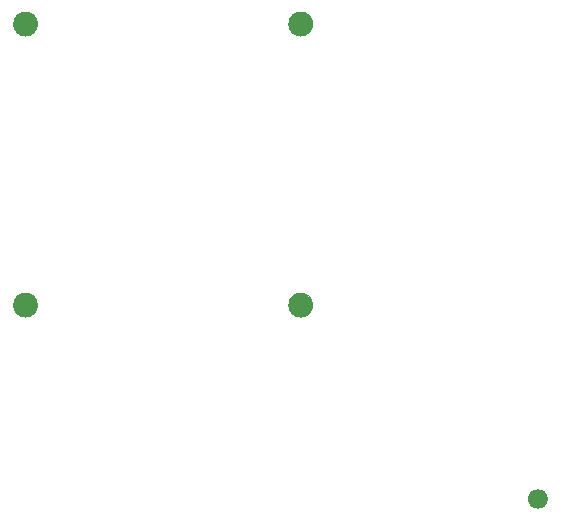
<source format=gko>
G04*
G04 #@! TF.GenerationSoftware,Altium Limited,Altium Designer,25.8.1 (18)*
G04*
G04 Layer_Color=16711935*
%FSLAX44Y44*%
%MOMM*%
G71*
G04*
G04 #@! TF.SameCoordinates,220DD8DD-A9B0-4AC3-BD9C-64780996674F*
G04*
G04*
G04 #@! TF.FilePolarity,Positive*
G04*
G01*
G75*
%ADD61C,0.0254*%
G36*
X144360Y200401D02*
Y199063D01*
X143668Y196479D01*
X142330Y194162D01*
X140439Y192271D01*
X138122Y190933D01*
X135538Y190240D01*
X132863D01*
X130279Y190933D01*
X127962Y192271D01*
X126070Y194162D01*
X124733Y196479D01*
X124040Y199063D01*
Y200401D01*
Y201738D01*
X124733Y204322D01*
X126070Y206639D01*
X127962Y208531D01*
X130279Y209868D01*
X132863Y210560D01*
X135538D01*
X138122Y209868D01*
X140439Y208531D01*
X142330Y206639D01*
X143668Y204322D01*
X144360Y201738D01*
Y200401D01*
D01*
D01*
D02*
G37*
G36*
Y438400D02*
Y437062D01*
X143668Y434478D01*
X142330Y432162D01*
X140439Y430270D01*
X138122Y428932D01*
X135538Y428240D01*
X132863D01*
X130279Y428932D01*
X127962Y430270D01*
X126070Y432162D01*
X124733Y434478D01*
X124040Y437062D01*
Y438400D01*
Y439738D01*
X124733Y442322D01*
X126070Y444638D01*
X127962Y446530D01*
X130279Y447868D01*
X132863Y448560D01*
X135538D01*
X138122Y447868D01*
X140439Y446530D01*
X142330Y444638D01*
X143668Y442322D01*
X144360Y439738D01*
Y438400D01*
D01*
D01*
D02*
G37*
G36*
X377360Y200401D02*
Y199063D01*
X376668Y196479D01*
X375330Y194162D01*
X373438Y192271D01*
X371121Y190933D01*
X368537Y190240D01*
X365862D01*
X363278Y190933D01*
X360961Y192271D01*
X359070Y194162D01*
X357732Y196479D01*
X357040Y199063D01*
Y200401D01*
Y201738D01*
X357732Y204322D01*
X359070Y206639D01*
X360961Y208531D01*
X363278Y209868D01*
X365862Y210560D01*
X368537D01*
X371121Y209868D01*
X373438Y208531D01*
X375330Y206639D01*
X376668Y204322D01*
X377360Y201738D01*
Y200401D01*
D01*
D01*
D02*
G37*
G36*
X560000Y36299D02*
Y37353D01*
X560545Y39387D01*
X561598Y41211D01*
X563087Y42701D01*
X564912Y43754D01*
X566946Y44299D01*
X569053D01*
X571087Y43754D01*
X572912Y42701D01*
X574401Y41211D01*
X575454Y39387D01*
X575999Y37353D01*
Y36299D01*
Y35246D01*
X575454Y33211D01*
X574401Y31387D01*
X572912Y29898D01*
X571087Y28844D01*
X569053Y28299D01*
X566946D01*
X564912Y28844D01*
X563087Y29898D01*
X561598Y31387D01*
X560545Y33211D01*
X560000Y35246D01*
Y36299D01*
D01*
D01*
D02*
G37*
G36*
X377360Y438400D02*
Y437062D01*
X376668Y434478D01*
X375330Y432162D01*
X373438Y430270D01*
X371121Y428932D01*
X368537Y428240D01*
X365862D01*
X363278Y428932D01*
X360961Y430270D01*
X359070Y432162D01*
X357732Y434478D01*
X357040Y437062D01*
Y438400D01*
Y439738D01*
X357732Y442322D01*
X359070Y444638D01*
X360961Y446530D01*
X363278Y447868D01*
X365862Y448560D01*
X368537D01*
X371121Y447868D01*
X373438Y446530D01*
X375330Y444638D01*
X376668Y442322D01*
X377360Y439738D01*
Y438400D01*
D01*
D01*
D02*
G37*
D61*
X575999Y36299D02*
G03*
X575999Y36299I-8000J0D01*
G01*
X377360Y200401D02*
G03*
X377360Y200401I-10160J0D01*
G01*
X144360D02*
G03*
X144360Y200401I-10160J0D01*
G01*
X377360Y438400D02*
G03*
X377360Y438400I-10160J0D01*
G01*
X144360D02*
G03*
X144360Y438400I-10160J0D01*
G01*
M02*

</source>
